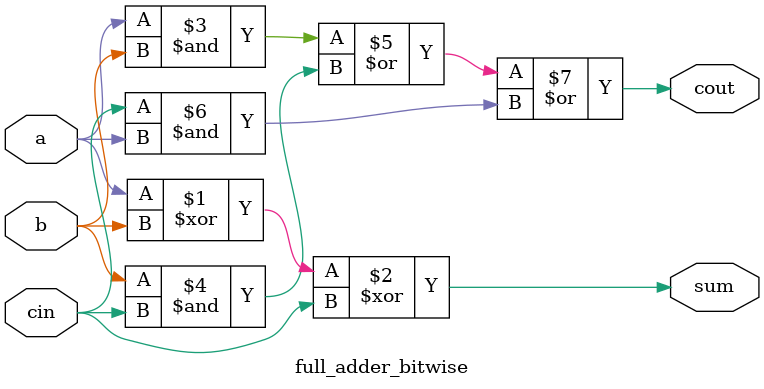
<source format=v>

module full_adder_bitwise(
  input a, b, cin,
  output sum, cout
);
  // Continuous assignment of sum and cout (carry)
  // Performs bitwise XOR operation on a, b, and cin and assigns to sum
  assign sum = a ^ b ^ cin;

  // Performs bitwise AND operation on a, b, cin and assigns to cout (carry)
  assign cout = (a & b) | (b & cin) | (cin & a);
endmodule

</source>
